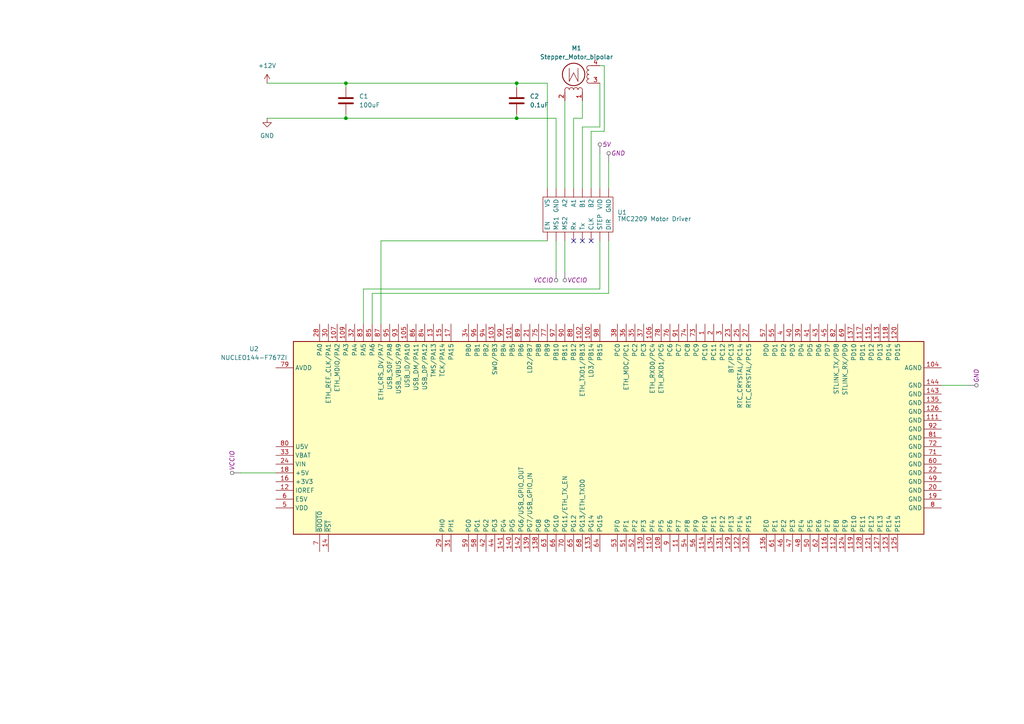
<source format=kicad_sch>
(kicad_sch (version 20231120) (generator "eeschema") (generator_version "8.0")
  (paper "A4")
  (lib_symbols
    (symbol "Device:C" (pin_numbers hide) (pin_names (offset 0.254))
      (property "Reference" "C" (at 0.635 2.54 0))
      (property "Value" "C" (at 0.635 -2.54 0))
      (symbol "C_0_1"
        (polyline (pts (xy -2.032 -0.762) (xy 2.032 -0.762)) (stroke (width 0.508)))
        (polyline (pts (xy -2.032 0.762) (xy 2.032 0.762)) (stroke (width 0.508)))
      )
      (symbol "C_1_1"
        (pin passive line (at 0 3.81 270) (length 2.794) (name "~") (number "1"))
        (pin passive line (at 0 -3.81 90) (length 2.794) (name "~") (number "2"))
      )
    )
    (symbol "Driver_Motor:TMC2209"
      (property "Reference" "U1" (at 0.6351 -11.43 90))
      (property "Value" "TMC2209 Motor Driver" (at -1.27 -11.43 90))
      (symbol "TMC2209_0_1"
        (rectangle (start -5.08 10.16) (end 5.08 -10.16))
      )
      (symbol "TMC2209_1_1"
        (pin output line (at 7.62 1.27 180) (length 2.54) (name "A1") (number ""))
        (pin output line (at 7.62 3.81 180) (length 2.54) (name "A2") (number ""))
        (pin output line (at 7.62 -1.27 180) (length 2.54) (name "B1") (number ""))
        (pin output line (at 7.62 -3.81 180) (length 2.54) (name "B2") (number ""))
        (pin input line (at -7.62 -3.81 0) (length 2.54) (name "CLK") (number ""))
        (pin input line (at -7.62 -8.89 0) (length 2.54) (name "DIR") (number ""))
        (pin input line (at -7.62 8.89 0) (length 2.54) (name "EN") (number ""))
        (pin power_in line (at 7.62 -8.89 180) (length 2.54) (name "GND") (number ""))
        (pin power_in line (at 7.62 6.35 180) (length 2.54) (name "GND") (number ""))
        (pin input line (at -7.62 6.35 0) (length 2.54) (name "MS1") (number ""))
        (pin input line (at -7.62 3.81 0) (length 2.54) (name "MS2") (number ""))
        (pin bidirectional line (at -7.62 1.27 0) (length 2.54) (name "Rx") (number ""))
        (pin input line (at -7.62 -6.35 0) (length 2.54) (name "STEP") (number ""))
        (pin bidirectional line (at -7.62 -1.27 0) (length 2.54) (name "Tx") (number ""))
        (pin power_in line (at 7.62 -6.35 180) (length 2.54) (name "VIO") (number ""))
        (pin power_in line (at 7.62 8.89 180) (length 2.54) (name "VS") (number ""))
      )
    )
    (symbol "MCU_Module:NUCLEO144-F767ZI"
      (property "Reference" "U" (at -22.86 94.615 0))
      (property "Value" "NUCLEO144-F767ZI" (at -22.86 92.71 0))
      (symbol "NUCLEO144-F767ZI_0_1"
        (rectangle (start -27.94 -91.44) (end 27.94 91.44) (stroke (width 0.254)) (fill (type background)))
      )
      (symbol "NUCLEO144-F767ZI_1_1"
        (pin bidirectional line (at 33.02 -27.94 180) (length 5.08) (name "PC10") (number "1"))
        (pin no_connect line (at -27.94 55.88 0) (length 5.08) hide (name "NC") (number "10"))
        (pin bidirectional line (at 33.02 5.08 180) (length 5.08) (name "LD3/PB14") (number "100"))
        (pin bidirectional line (at 33.02 27.94 180) (length 5.08) (name "PB5") (number "101"))
        (pin bidirectional line (at 33.02 7.62 180) (length 5.08) (name "ETH_TXD1/PB13") (number "102"))
        (pin bidirectional line (at 33.02 33.02 180) (length 5.08) (name "SWO/PB3") (number "103"))
        (pin power_in line (at 20.32 -96.52 90) (length 5.08) (name "AGND") (number "104"))
        (pin bidirectional line (at 33.02 58.42 180) (length 5.08) (name "USB_ID/PA10") (number "105"))
        (pin bidirectional line (at 33.02 -12.7 180) (length 5.08) (name "ETH_RXD0/PC4") (number "106"))
        (pin bidirectional line (at 33.02 78.74 180) (length 5.08) (name "ETH_MDIO/PA2") (number "107"))
        (pin bidirectional line (at -33.02 -15.24 0) (length 5.08) (name "PF5") (number "108"))
        (pin bidirectional line (at 33.02 76.2 180) (length 5.08) (name "PA3") (number "109"))
        (pin bidirectional line (at -33.02 -20.32 0) (length 5.08) (name "PF7") (number "11"))
        (pin bidirectional line (at -33.02 -12.7 0) (length 5.08) (name "PF4") (number "110"))
        (pin power_in line (at 5.08 -96.52 90) (length 5.08) (name "GND") (number "111"))
        (pin bidirectional line (at -33.02 -66.04 0) (length 5.08) (name "PE8") (number "112"))
        (pin bidirectional line (at 33.02 -78.74 180) (length 5.08) (name "PD13") (number "113"))
        (pin bidirectional line (at -33.02 -27.94 0) (length 5.08) (name "PF10") (number "114"))
        (pin bidirectional line (at 33.02 -76.2 180) (length 5.08) (name "PD12") (number "115"))
        (pin bidirectional line (at -33.02 -63.5 0) (length 5.08) (name "PE7") (number "116"))
        (pin bidirectional line (at 33.02 -73.66 180) (length 5.08) (name "PD11") (number "117"))
        (pin bidirectional line (at 33.02 -81.28 180) (length 5.08) (name "PD14") (number "118"))
        (pin bidirectional line (at -33.02 -71.12 0) (length 5.08) (name "PE10") (number "119"))
        (pin power_in line (at -15.24 96.52 270) (length 5.08) (name "IOREF") (number "12"))
        (pin bidirectional line (at 33.02 -83.82 180) (length 5.08) (name "PD15") (number "120"))
        (pin bidirectional line (at -33.02 -76.2 0) (length 5.08) (name "PE12") (number "121"))
        (pin bidirectional line (at -33.02 -38.1 0) (length 5.08) (name "PF14") (number "122"))
        (pin bidirectional line (at -33.02 -81.28 0) (length 5.08) (name "PE14") (number "123"))
        (pin bidirectional line (at -33.02 -68.58 0) (length 5.08) (name "PE9") (number "124"))
        (pin bidirectional line (at -33.02 -83.82 0) (length 5.08) (name "PE15") (number "125"))
        (pin power_in line (at 7.62 -96.52 90) (length 5.08) (name "GND") (number "126"))
        (pin bidirectional line (at -33.02 -78.74 0) (length 5.08) (name "PE13") (number "127"))
        (pin bidirectional line (at -33.02 -73.66 0) (length 5.08) (name "PE11") (number "128"))
        (pin bidirectional line (at -33.02 -35.56 0) (length 5.08) (name "PF13") (number "129"))
        (pin bidirectional line (at 33.02 50.8 180) (length 5.08) (name "TMS/PA13") (number "13"))
        (pin bidirectional line (at -33.02 -10.16 0) (length 5.08) (name "PF3") (number "130"))
        (pin bidirectional line (at -33.02 -33.02 0) (length 5.08) (name "PF12") (number "131"))
        (pin bidirectional line (at -33.02 -40.64 0) (length 5.08) (name "PF15") (number "132"))
        (pin bidirectional line (at -33.02 5.08 0) (length 5.08) (name "PG14") (number "133"))
        (pin bidirectional line (at -33.02 -30.48 0) (length 5.08) (name "PF11") (number "134"))
        (pin power_in line (at 10.16 -96.52 90) (length 5.08) (name "GND") (number "135"))
        (pin bidirectional line (at -33.02 -45.72 0) (length 5.08) (name "PE0") (number "136"))
        (pin bidirectional line (at 33.02 -71.12 180) (length 5.08) (name "PD10") (number "137"))
        (pin bidirectional line (at -33.02 20.32 0) (length 5.08) (name "PG8") (number "138"))
        (pin bidirectional line (at -33.02 22.86 0) (length 5.08) (name "PG7/USB_GPIO_IN") (number "139"))
        (pin input line (at -33.02 81.28 0) (length 5.08) (name "~{RST}") (number "14"))
        (pin bidirectional line (at -33.02 27.94 0) (length 5.08) (name "PG5") (number "140"))
        (pin bidirectional line (at -33.02 30.48 0) (length 5.08) (name "PG4") (number "141"))
        (pin bidirectional line (at -33.02 25.4 0) (length 5.08) (name "PG6/USB_GPIO_OUT") (number "142"))
        (pin power_in line (at 12.7 -96.52 90) (length 5.08) (name "GND") (number "143"))
        (pin power_in line (at 15.24 -96.52 90) (length 5.08) (name "GND") (number "144"))
        (pin bidirectional line (at 33.02 48.26 180) (length 5.08) (name "TCK/PA14") (number "15"))
        (pin power_in line (at -12.7 96.52 270) (length 5.08) (name "+3V3") (number "16"))
        (pin bidirectional line (at 33.02 45.72 180) (length 5.08) (name "PA15") (number "17"))
        (pin power_in line (at -10.16 96.52 270) (length 5.08) (name "+5V") (number "18"))
        (pin power_in line (at -17.78 -96.52 90) (length 5.08) (name "GND") (number "19"))
        (pin bidirectional line (at 33.02 -30.48 180) (length 5.08) (name "PC11") (number "2"))
        (pin power_in line (at -15.24 -96.52 90) (length 5.08) (name "GND") (number "20"))
        (pin bidirectional line (at 33.02 22.86 180) (length 5.08) (name "LD2/PB7") (number "21"))
        (pin power_in line (at -10.16 -96.52 90) (length 5.08) (name "GND") (number "22"))
        (pin bidirectional line (at 33.02 -35.56 180) (length 5.08) (name "BT/PC13") (number "23"))
        (pin power_in line (at -7.62 96.52 270) (length 5.08) (name "VIN") (number "24"))
        (pin bidirectional line (at 33.02 -38.1 180) (length 5.08) (name "RTC_CRYSTAL/PC14") (number "25"))
        (pin no_connect line (at -27.94 58.42 0) (length 5.08) hide (name "NC") (number "26"))
        (pin bidirectional line (at 33.02 -40.64 180) (length 5.08) (name "RTC_CRYSTAL/PC15") (number "27"))
        (pin bidirectional line (at 33.02 83.82 180) (length 5.08) (name "PA0") (number "28"))
        (pin bidirectional line (at -33.02 48.26 0) (length 5.08) (name "PH0") (number "29"))
        (pin bidirectional line (at 33.02 -33.02 180) (length 5.08) (name "PC12") (number "3"))
        (pin bidirectional line (at 33.02 81.28 180) (length 5.08) (name "ETH_REF_CLK/PA1") (number "30"))
        (pin bidirectional line (at -33.02 45.72 0) (length 5.08) (name "PH1") (number "31"))
        (pin bidirectional line (at 33.02 73.66 180) (length 5.08) (name "PA4") (number "32"))
        (pin power_in line (at -5.08 96.52 270) (length 5.08) (name "VBAT") (number "33"))
        (pin bidirectional line (at 33.02 40.64 180) (length 5.08) (name "PB0") (number "34"))
        (pin bidirectional line (at 33.02 -7.62 180) (length 5.08) (name "PC2") (number "35"))
        (pin bidirectional line (at 33.02 -5.08 180) (length 5.08) (name "ETH_MDC/PC1") (number "36"))
        (pin bidirectional line (at 33.02 -10.16 180) (length 5.08) (name "PC3") (number "37"))
        (pin bidirectional line (at 33.02 -2.54 180) (length 5.08) (name "PC0") (number "38"))
        (pin bidirectional line (at 33.02 -55.88 180) (length 5.08) (name "PD4") (number "39"))
        (pin bidirectional line (at 33.02 -50.8 180) (length 5.08) (name "PD2") (number "4"))
        (pin bidirectional line (at 33.02 -53.34 180) (length 5.08) (name "PD3") (number "40"))
        (pin bidirectional line (at 33.02 -58.42 180) (length 5.08) (name "PD5") (number "41"))
        (pin bidirectional line (at -33.02 35.56 0) (length 5.08) (name "PG2") (number "42"))
        (pin bidirectional line (at 33.02 -60.96 180) (length 5.08) (name "PD6") (number "43"))
        (pin bidirectional line (at -33.02 33.02 0) (length 5.08) (name "PG3") (number "44"))
        (pin bidirectional line (at 33.02 -63.5 180) (length 5.08) (name "PD7") (number "45"))
        (pin bidirectional line (at -33.02 -50.8 0) (length 5.08) (name "PE2") (number "46"))
        (pin bidirectional line (at -33.02 -53.34 0) (length 5.08) (name "PE3") (number "47"))
        (pin bidirectional line (at -33.02 -55.88 0) (length 5.08) (name "PE4") (number "48"))
        (pin power_in line (at -12.7 -96.52 90) (length 5.08) (name "GND") (number "49"))
        (pin power_in line (at -20.32 96.52 270) (length 5.08) (name "VDD") (number "5"))
        (pin bidirectional line (at -33.02 -58.42 0) (length 5.08) (name "PE5") (number "50"))
        (pin bidirectional line (at -33.02 -5.08 0) (length 5.08) (name "PF1") (number "51"))
        (pin bidirectional line (at -33.02 -7.62 0) (length 5.08) (name "PF2") (number "52"))
        (pin bidirectional line (at -33.02 -2.54 0) (length 5.08) (name "PF0") (number "53"))
        (pin bidirectional line (at -33.02 -22.86 0) (length 5.08) (name "PF8") (number "54"))
        (pin bidirectional line (at 33.02 -48.26 180) (length 5.08) (name "PD1") (number "55"))
        (pin bidirectional line (at -33.02 -25.4 0) (length 5.08) (name "PF9") (number "56"))
        (pin bidirectional line (at 33.02 -45.72 180) (length 5.08) (name "PD0") (number "57"))
        (pin bidirectional line (at -33.02 38.1 0) (length 5.08) (name "PG1") (number "58"))
        (pin bidirectional line (at -33.02 40.64 0) (length 5.08) (name "PG0") (number "59"))
        (pin power_in line (at -17.78 96.52 270) (length 5.08) (name "E5V") (number "6"))
        (pin power_in line (at -7.62 -96.52 90) (length 5.08) (name "GND") (number "60"))
        (pin bidirectional line (at -33.02 -48.26 0) (length 5.08) (name "PE1") (number "61"))
        (pin bidirectional line (at -33.02 -60.96 0) (length 5.08) (name "PE6") (number "62"))
        (pin bidirectional line (at -33.02 17.78 0) (length 5.08) (name "PG9") (number "63"))
        (pin bidirectional line (at -33.02 2.54 0) (length 5.08) (name "PG15") (number "64"))
        (pin bidirectional line (at -33.02 10.16 0) (length 5.08) (name "PG12") (number "65"))
        (pin bidirectional line (at -33.02 15.24 0) (length 5.08) (name "PG10") (number "66"))
        (pin no_connect line (at -27.94 53.34 0) (length 5.08) hide (name "NC") (number "67"))
        (pin bidirectional line (at -33.02 7.62 0) (length 5.08) (name "PG13/ETH_TXD0") (number "68"))
        (pin bidirectional line (at 33.02 -68.58 180) (length 5.08) (name "STLINK_RX/PD9") (number "69"))
        (pin input line (at -33.02 83.82 0) (length 5.08) (name "~{BOOT0}") (number "7"))
        (pin bidirectional line (at -33.02 12.7 0) (length 5.08) (name "PG11/ETH_TX_EN") (number "70"))
        (pin power_in line (at -5.08 -96.52 90) (length 5.08) (name "GND") (number "71"))
        (pin power_in line (at -2.54 -96.52 90) (length 5.08) (name "GND") (number "72"))
        (pin bidirectional line (at 33.02 -25.4 180) (length 5.08) (name "PC9") (number "73"))
        (pin bidirectional line (at 33.02 -22.86 180) (length 5.08) (name "PC8") (number "74"))
        (pin bidirectional line (at 33.02 20.32 180) (length 5.08) (name "PB8") (number "75"))
        (pin bidirectional line (at 33.02 -17.78 180) (length 5.08) (name "PC6") (number "76"))
        (pin bidirectional line (at 33.02 17.78 180) (length 5.08) (name "PB9") (number "77"))
        (pin bidirectional line (at 33.02 -15.24 180) (length 5.08) (name "ETH_RXD1/PC5") (number "78"))
        (pin power_in line (at 20.32 96.52 270) (length 5.08) (name "AVDD") (number "79"))
        (pin power_in line (at -20.32 -96.52 90) (length 5.08) (name "GND") (number "8"))
        (pin power_in line (at -2.54 96.52 270) (length 5.08) (name "U5V") (number "80"))
        (pin power_in line (at 0 -96.52 90) (length 5.08) (name "GND") (number "81"))
        (pin bidirectional line (at 33.02 -66.04 180) (length 5.08) (name "STLINK_TX/PD8") (number "82"))
        (pin bidirectional line (at 33.02 71.12 180) (length 5.08) (name "PA5") (number "83"))
        (pin bidirectional line (at 33.02 53.34 180) (length 5.08) (name "USB_DP/PA12") (number "84"))
        (pin bidirectional line (at 33.02 68.58 180) (length 5.08) (name "PA6") (number "85"))
        (pin bidirectional line (at 33.02 55.88 180) (length 5.08) (name "USB_DM/PA11") (number "86"))
        (pin bidirectional line (at 33.02 66.04 180) (length 5.08) (name "ETH_CRS_DV/PA7") (number "87"))
        (pin bidirectional line (at 33.02 10.16 180) (length 5.08) (name "PB12") (number "88"))
        (pin bidirectional line (at 33.02 25.4 180) (length 5.08) (name "PB6") (number "89"))
        (pin bidirectional line (at -33.02 -17.78 0) (length 5.08) (name "PF6") (number "9"))
        (pin bidirectional line (at 33.02 12.7 180) (length 5.08) (name "PB11") (number "90"))
        (pin bidirectional line (at 33.02 -20.32 180) (length 5.08) (name "PC7") (number "91"))
        (pin power_in line (at 2.54 -96.52 90) (length 5.08) (name "GND") (number "92"))
        (pin bidirectional line (at 33.02 60.96 180) (length 5.08) (name "USB_VBUS/PA9") (number "93"))
        (pin bidirectional line (at 33.02 35.56 180) (length 5.08) (name "PB2") (number "94"))
        (pin bidirectional line (at 33.02 63.5 180) (length 5.08) (name "USB_SOF/PA8") (number "95"))
        (pin bidirectional line (at 33.02 38.1 180) (length 5.08) (name "PB1") (number "96"))
        (pin bidirectional line (at 33.02 15.24 180) (length 5.08) (name "PB10") (number "97"))
        (pin bidirectional line (at 33.02 2.54 180) (length 5.08) (name "PB15") (number "98"))
        (pin bidirectional line (at 33.02 30.48 180) (length 5.08) (name "PB4") (number "99"))
      )
    )
    (symbol "Motor:Stepper_Motor_bipolar" (pin_names (offset 0) hide)
      (property "Reference" "M" (at 3.81 2.54 0))
      (property "Value" "Stepper_Motor_bipolar" (at 3.81 1.27 0))
      (symbol "Stepper_Motor_bipolar_0_0"
        (polyline (pts (xy -1.27 -1.778) (xy -1.27 2.032) (xy 0 -0.508) (xy 1.27 2.032) (xy 1.27 -1.778)))
      )
      (symbol "Stepper_Motor_bipolar_0_1"
        (arc (start -4.445 -2.54) (mid -3.8127 -1.905) (end -4.445 -1.27))
        (arc (start -4.445 -1.27) (mid -3.8127 -0.635) (end -4.445 0))
        (arc (start -4.445 0) (mid -3.8127 0.635) (end -4.445 1.27))
        (arc (start -4.445 1.27) (mid -3.8127 1.905) (end -4.445 2.54))
        (arc (start -2.54 4.445) (mid -1.905 3.8127) (end -1.27 4.445))
        (arc (start -1.27 4.445) (mid -0.635 3.8127) (end 0 4.445))
        (polyline (pts (xy -5.08 -2.54) (xy -4.445 -2.54)))
        (polyline (pts (xy -5.08 2.54) (xy -4.445 2.54)))
        (polyline (pts (xy -2.54 5.08) (xy -2.54 4.445)))
        (polyline (pts (xy 2.54 5.08) (xy 2.54 4.445)))
        (circle (center 0 0) (radius 3.2512) (stroke (width 0.254)))
        (arc (start 0 4.445) (mid 0.635 3.8127) (end 1.27 4.445))
        (arc (start 1.27 4.445) (mid 1.905 3.8127) (end 2.54 4.445))
      )
      (symbol "Stepper_Motor_bipolar_1_1"
        (pin passive line (at -2.54 7.62 270) (length 2.54) (name "~") (number "1"))
        (pin passive line (at 2.54 7.62 270) (length 2.54) (name "-") (number "2"))
        (pin passive line (at -7.62 2.54 0) (length 2.54) (name "~") (number "3"))
        (pin passive line (at -7.62 -2.54 0) (length 2.54) (name "~") (number "4"))
      )
    )
    (symbol "power:+12V" (power) (pin_numbers hide) (pin_names (offset 0) hide)
      (property "Value" "+12V" (at 0 3.556 0))
      (symbol "+12V_0_1"
        (polyline (pts (xy -0.762 1.27) (xy 0 2.54)))
        (polyline (pts (xy 0 0) (xy 0 2.54)))
        (polyline (pts (xy 0 2.54) (xy 0.762 1.27)))
      )
      (symbol "+12V_1_1"
        (pin power_in line (at 0 0 90) (length 0) (name "~") (number "1"))
      )
    )
    (symbol "power:GND" (power) (pin_numbers hide) (pin_names (offset 0) hide)
      (property "Value" "GND" (at 0 -3.81 0))
      (symbol "GND_0_1"
        (polyline (pts (xy 0 0) (xy 0 -1.27) (xy 1.27 -1.27) (xy 0 -2.54) (xy -1.27 -1.27) (xy 0 -1.27)))
      )
      (symbol "GND_1_1"
        (pin power_in line (at 0 0 270) (length 0) (name "~") (number "1"))
      )
    )
  )
  (junction (at 100.33 24.13))
  (junction (at 149.86 34.29))
  (junction (at 149.86 24.13))
  (junction (at 100.33 34.29))
  (no_connect (at 168.91 69.85))
  (no_connect (at 171.45 69.85))
  (no_connect (at 166.37 69.85))
  (wire (pts (xy 173.99 24.13) (xy 173.99 36.83)))
  (wire (pts (xy 100.33 34.29) (xy 100.33 33.02)))
  (wire (pts (xy 176.53 46.99) (xy 176.53 54.61)))
  (wire (pts (xy 163.83 29.21) (xy 163.83 54.61)))
  (wire (pts (xy 163.83 78.74) (xy 163.83 69.85)))
  (wire (pts (xy 168.91 29.21) (xy 168.91 34.29)))
  (wire (pts (xy 149.86 24.13) (xy 149.86 25.4)))
  (wire (pts (xy 166.37 34.29) (xy 168.91 34.29)))
  (wire (pts (xy 175.26 38.1) (xy 171.45 38.1)))
  (wire (pts (xy 149.86 34.29) (xy 161.29 34.29)))
  (wire (pts (xy 171.45 38.1) (xy 171.45 54.61)))
  (wire (pts (xy 110.49 69.85) (xy 158.75 69.85)))
  (wire (pts (xy 173.99 69.85) (xy 173.99 83.82)))
  (wire (pts (xy 158.75 24.13) (xy 158.75 54.61)))
  (wire (pts (xy 161.29 34.29) (xy 161.29 54.61)))
  (wire (pts (xy 100.33 24.13) (xy 149.86 24.13)))
  (wire (pts (xy 173.99 19.05) (xy 175.26 19.05)))
  (wire (pts (xy 166.37 54.61) (xy 166.37 34.29)))
  (wire (pts (xy 173.99 44.45) (xy 173.99 54.61)))
  (wire (pts (xy 280.67 111.76) (xy 273.05 111.76)))
  (wire (pts (xy 168.91 54.61) (xy 168.91 36.83)))
  (wire (pts (xy 110.49 93.98) (xy 110.49 69.85)))
  (wire (pts (xy 105.41 83.82) (xy 105.41 93.98)))
  (wire (pts (xy 107.95 85.09) (xy 107.95 93.98)))
  (wire (pts (xy 161.29 78.74) (xy 161.29 69.85)))
  (wire (pts (xy 176.53 85.09) (xy 107.95 85.09)))
  (wire (pts (xy 175.26 19.05) (xy 175.26 38.1)))
  (wire (pts (xy 100.33 24.13) (xy 100.33 25.4)))
  (wire (pts (xy 176.53 69.85) (xy 176.53 85.09)))
  (wire (pts (xy 100.33 34.29) (xy 149.86 34.29)))
  (wire (pts (xy 173.99 83.82) (xy 105.41 83.82)))
  (wire (pts (xy 69.85 137.16) (xy 80.01 137.16)))
  (wire (pts (xy 77.47 34.29) (xy 100.33 34.29)))
  (wire (pts (xy 168.91 36.83) (xy 173.99 36.83)))
  (wire (pts (xy 149.86 34.29) (xy 149.86 33.02)))
  (wire (pts (xy 77.47 24.13) (xy 100.33 24.13)))
  (wire (pts (xy 149.86 24.13) (xy 158.75 24.13)))
  (netclass_flag "" (length 2.54) (shape round) (at 161.29 78.74 180) (property "Netclass" "VCCIO" (at 154.686 81.28 0) (effects (font (italic yes)) (justify left))))
  (netclass_flag "" (length 2.54) (shape round) (at 69.85 137.16 90) (property "Netclass" "VCCIO" (at 67.31 136.4615 90) (effects (font (italic yes)) (justify left))))
  (netclass_flag "" (length 2.54) (shape round) (at 173.99 44.45 0) (property "Netclass" "5V" (at 174.6885 41.91 0) (effects (font (italic yes)) (justify left))))
  (netclass_flag "" (length 2.54) (shape round) (at 163.83 78.74 180) (property "Netclass" "VCCIO" (at 164.5285 81.28 0) (effects (font (italic yes)) (justify left))))
  (netclass_flag "" (length 2.54) (shape round) (at 280.67 111.76 270) (property "Netclass" "GND" (at 283.21 111.0615 90) (effects (font (italic yes)) (justify left))))
  (netclass_flag "" (length 2.54) (shape round) (at 176.53 46.99 0) (property "Netclass" "GND" (at 177.2285 44.45 0) (effects (font (italic yes)) (justify left))))
  (symbol (lib_id "MCU_Module:NUCLEO144-F767ZI") (at 176.53 127 90) (unit 1)
    (property "Reference" "U2" (at 73.66 101.1838 90))
    (property "Value" "NUCLEO144-F767ZI" (at 73.66 103.7238 90))
    (property "Footprint" "Module:ST_Morpho_Connector_144_STLink" (effects (hide yes)))
    (property "Datasheet" "https://www.st.com/resource/en/user_manual/dm00244518-stm32-nucleo144-boards-stmicroelectronics.pdf" (effects (hide yes)))
    (property "Description" "Nucleo 144 Development Board with STM32F767ZIT6 MCU, 512kB RAM, 2Mb FLASH" (effects (hide yes)))
  )
  (symbol (lib_id "Device:C") (at 100.33 29.21 0) (unit 1)
    (property "Reference" "C1" (at 104.14 27.9399 0) (effects (justify left)))
    (property "Value" "100uF" (at 104.14 30.4799 0) (effects (justify left)))
    (property "Description" "Unpolarized capacitor" (effects (hide yes)))
  )
  (symbol (lib_id "Driver_Motor:TMC2209") (at 167.64 62.23 90) (unit 1)
    (property "Reference" "U1" (at 179.07 61.5949 90) (effects (justify right)))
    (property "Value" "TMC2209 Motor Driver" (at 179.07 63.5 90) (effects (justify right)))
    (property "Datasheet" "https://www.analog.com/media/en/technical-documentation/data-sheets/tmc2209_datasheet_rev1.09.pdf" (effects (hide yes)))
    (property "Description" "Module design by BigTreeTech TMC2209 v1.3" (effects (hide yes)))
  )
  (symbol (lib_id "Device:C") (at 149.86 29.21 0) (unit 1)
    (property "Reference" "C2" (at 153.67 27.9399 0) (effects (justify left)))
    (property "Value" "0.1uF" (at 153.67 30.4799 0) (effects (justify left)))
    (property "Description" "Unpolarized capacitor" (effects (hide yes)))
  )
  (symbol (lib_id "power:+12V") (at 77.47 24.13 0) (unit 1)
    (property "Reference" "#PWR01" (effects (hide yes)))
    (property "Value" "+12V" (at 77.47 19.05 0))
    (property "Description" "Power symbol creates a global label with name \"+12V\"" (effects (hide yes)))
  )
  (symbol (lib_id "power:GND") (at 77.47 34.29 0) (unit 1)
    (property "Reference" "#PWR02" (effects (hide yes)))
    (property "Value" "GND" (at 77.47 39.37 0))
    (property "Description" "Power symbol creates a global label with name \"GND\" , ground" (effects (hide yes)))
  )
  (symbol (lib_id "Motor:Stepper_Motor_bipolar") (at 166.37 21.59 180) (unit 1)
    (property "Reference" "M1" (at 167.2209 13.97 0))
    (property "Value" "Stepper_Motor_bipolar" (at 167.2209 16.51 0))
    (property "Datasheet" "https://www.oyostepper.com/images/upload/File/17HS19-2004S1.pdf?srsltid=AfmBOooXacZkYPT2fSTcth01JdfvUon3-4Y9pzqFlIrlk6WtvSYgxSIB" (effects (hide yes)))
    (property "Description" "4-wire bipolar stepper motor" (effects (hide yes)))
  )
)
</source>
